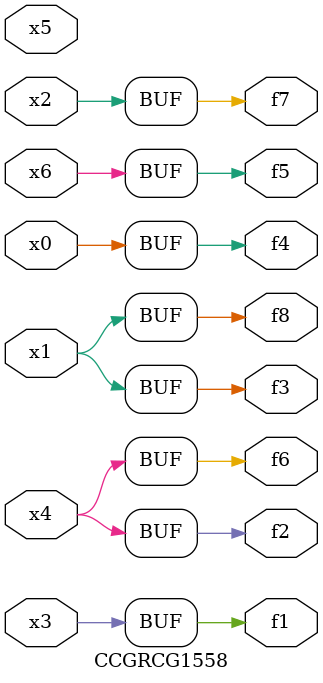
<source format=v>
module CCGRCG1558(
	input x0, x1, x2, x3, x4, x5, x6,
	output f1, f2, f3, f4, f5, f6, f7, f8
);
	assign f1 = x3;
	assign f2 = x4;
	assign f3 = x1;
	assign f4 = x0;
	assign f5 = x6;
	assign f6 = x4;
	assign f7 = x2;
	assign f8 = x1;
endmodule

</source>
